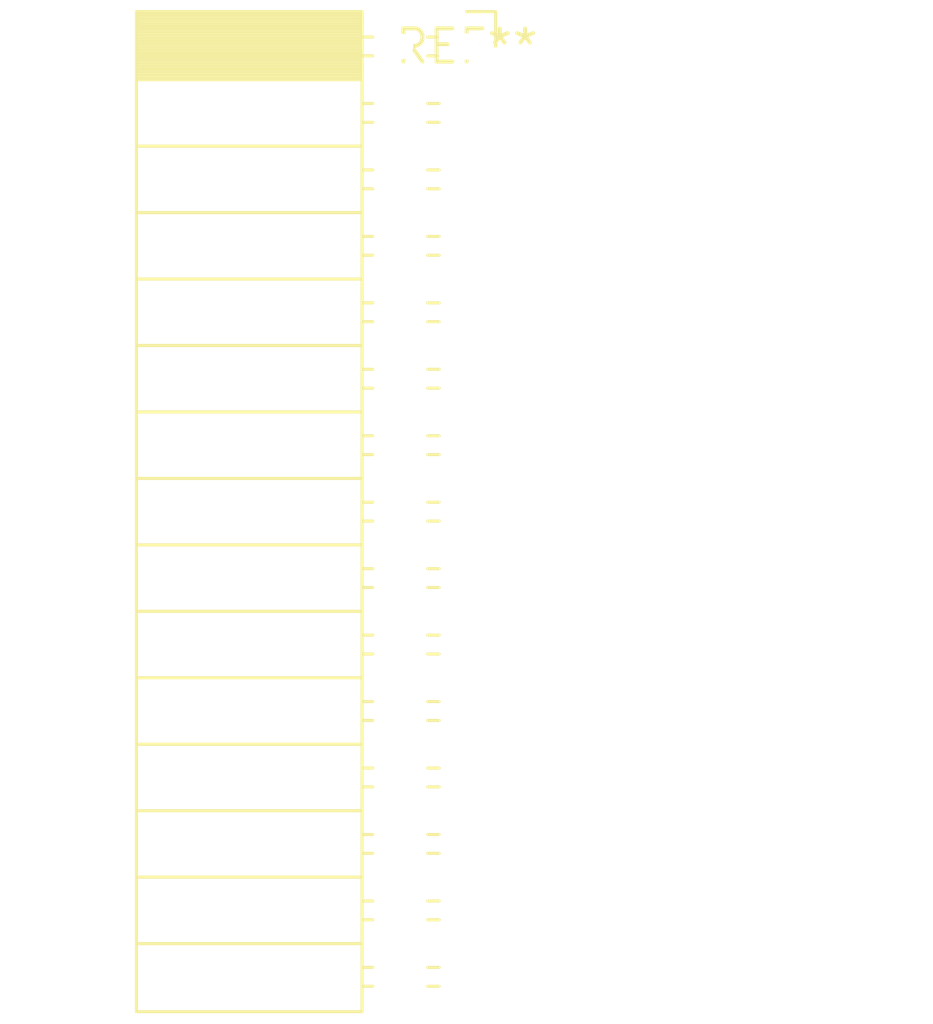
<source format=kicad_pcb>
(kicad_pcb (version 20240108) (generator pcbnew)
  (layers (0 "F.Cu" signal) (31 "B.Cu" signal) (34 "B.Paste" user) (35 "F.Paste" user) (36 "B.SilkS" user "B.Silkscreen") (37 "F.SilkS" user "F.Silkscreen") (38 "B.Mask" user) (39 "F.Mask" user) (44 "Edge.Cuts" user))
  (net 0 "")
  (footprint "PinSocket_2x15_P2.54mm_Horizontal" (layer "F.Cu") (at 0 0)
    (property "Reference" "REF**")
    (property "Value" "PinSocket_2x15_P2.54mm_Horizontal")
    (fp_line (start -12.63 -1.33) (end -12.63 36.89) (layer "F.SilkS") (stroke (width 0.12)))
    (fp_line (start -12.63 -1.33) (end -4 -1.33) (layer "F.SilkS") (stroke (width 0.12)))
    (fp_line (start -12.63 -1.21) (end -4 -1.21) (layer "F.SilkS") (stroke (width 0.12)))
    (fp_line (start -12.63 -1.091905) (end -4 -1.091905) (layer "F.SilkS") (stroke (width 0.12)))
    (fp_line (start -12.63 -0.97381) (end -4 -0.97381) (layer "F.SilkS") (stroke (width 0.12)))
    (fp_line (start -12.63 -0.855715) (end -4 -0.855715) (layer "F.SilkS") (stroke (width 0.12)))
    (fp_line (start -12.63 -0.73762) (end -4 -0.73762) (layer "F.SilkS") (stroke (width 0.12)))
    (fp_line (start -12.63 -0.619525) (end -4 -0.619525) (layer "F.SilkS") (stroke (width 0.12)))
    (fp_line (start -12.63 -0.50143) (end -4 -0.50143) (layer "F.SilkS") (stroke (width 0.12)))
    (fp_line (start -12.63 -0.383335) (end -4 -0.383335) (layer "F.SilkS") (stroke (width 0.12)))
    (fp_line (start -12.63 -0.26524) (end -4 -0.26524) (layer "F.SilkS") (stroke (width 0.12)))
    (fp_line (start -12.63 -0.147145) (end -4 -0.147145) (layer "F.SilkS") (stroke (width 0.12)))
    (fp_line (start -12.63 -0.02905) (end -4 -0.02905) (layer "F.SilkS") (stroke (width 0.12)))
    (fp_line (start -12.63 0.089045) (end -4 0.089045) (layer "F.SilkS") (stroke (width 0.12)))
    (fp_line (start -12.63 0.20714) (end -4 0.20714) (layer "F.SilkS") (stroke (width 0.12)))
    (fp_line (start -12.63 0.325235) (end -4 0.325235) (layer "F.SilkS") (stroke (width 0.12)))
    (fp_line (start -12.63 0.44333) (end -4 0.44333) (layer "F.SilkS") (stroke (width 0.12)))
    (fp_line (start -12.63 0.561425) (end -4 0.561425) (layer "F.SilkS") (stroke (width 0.12)))
    (fp_line (start -12.63 0.67952) (end -4 0.67952) (layer "F.SilkS") (stroke (width 0.12)))
    (fp_line (start -12.63 0.797615) (end -4 0.797615) (layer "F.SilkS") (stroke (width 0.12)))
    (fp_line (start -12.63 0.91571) (end -4 0.91571) (layer "F.SilkS") (stroke (width 0.12)))
    (fp_line (start -12.63 1.033805) (end -4 1.033805) (layer "F.SilkS") (stroke (width 0.12)))
    (fp_line (start -12.63 1.1519) (end -4 1.1519) (layer "F.SilkS") (stroke (width 0.12)))
    (fp_line (start -12.63 1.27) (end -4 1.27) (layer "F.SilkS") (stroke (width 0.12)))
    (fp_line (start -12.63 3.81) (end -4 3.81) (layer "F.SilkS") (stroke (width 0.12)))
    (fp_line (start -12.63 6.35) (end -4 6.35) (layer "F.SilkS") (stroke (width 0.12)))
    (fp_line (start -12.63 8.89) (end -4 8.89) (layer "F.SilkS") (stroke (width 0.12)))
    (fp_line (start -12.63 11.43) (end -4 11.43) (layer "F.SilkS") (stroke (width 0.12)))
    (fp_line (start -12.63 13.97) (end -4 13.97) (layer "F.SilkS") (stroke (width 0.12)))
    (fp_line (start -12.63 16.51) (end -4 16.51) (layer "F.SilkS") (stroke (width 0.12)))
    (fp_line (start -12.63 19.05) (end -4 19.05) (layer "F.SilkS") (stroke (width 0.12)))
    (fp_line (start -12.63 21.59) (end -4 21.59) (layer "F.SilkS") (stroke (width 0.12)))
    (fp_line (start -12.63 24.13) (end -4 24.13) (layer "F.SilkS") (stroke (width 0.12)))
    (fp_line (start -12.63 26.67) (end -4 26.67) (layer "F.SilkS") (stroke (width 0.12)))
    (fp_line (start -12.63 29.21) (end -4 29.21) (layer "F.SilkS") (stroke (width 0.12)))
    (fp_line (start -12.63 31.75) (end -4 31.75) (layer "F.SilkS") (stroke (width 0.12)))
    (fp_line (start -12.63 34.29) (end -4 34.29) (layer "F.SilkS") (stroke (width 0.12)))
    (fp_line (start -12.63 36.89) (end -4 36.89) (layer "F.SilkS") (stroke (width 0.12)))
    (fp_line (start -4 -1.33) (end -4 36.89) (layer "F.SilkS") (stroke (width 0.12)))
    (fp_line (start -4 -0.36) (end -3.59 -0.36) (layer "F.SilkS") (stroke (width 0.12)))
    (fp_line (start -4 0.36) (end -3.59 0.36) (layer "F.SilkS") (stroke (width 0.12)))
    (fp_line (start -4 2.18) (end -3.59 2.18) (layer "F.SilkS") (stroke (width 0.12)))
    (fp_line (start -4 2.9) (end -3.59 2.9) (layer "F.SilkS") (stroke (width 0.12)))
    (fp_line (start -4 4.72) (end -3.59 4.72) (layer "F.SilkS") (stroke (width 0.12)))
    (fp_line (start -4 5.44) (end -3.59 5.44) (layer "F.SilkS") (stroke (width 0.12)))
    (fp_line (start -4 7.26) (end -3.59 7.26) (layer "F.SilkS") (stroke (width 0.12)))
    (fp_line (start -4 7.98) (end -3.59 7.98) (layer "F.SilkS") (stroke (width 0.12)))
    (fp_line (start -4 9.8) (end -3.59 9.8) (layer "F.SilkS") (stroke (width 0.12)))
    (fp_line (start -4 10.52) (end -3.59 10.52) (layer "F.SilkS") (stroke (width 0.12)))
    (fp_line (start -4 12.34) (end -3.59 12.34) (layer "F.SilkS") (stroke (width 0.12)))
    (fp_line (start -4 13.06) (end -3.59 13.06) (layer "F.SilkS") (stroke (width 0.12)))
    (fp_line (start -4 14.88) (end -3.59 14.88) (layer "F.SilkS") (stroke (width 0.12)))
    (fp_line (start -4 15.6) (end -3.59 15.6) (layer "F.SilkS") (stroke (width 0.12)))
    (fp_line (start -4 17.42) (end -3.59 17.42) (layer "F.SilkS") (stroke (width 0.12)))
    (fp_line (start -4 18.14) (end -3.59 18.14) (layer "F.SilkS") (stroke (width 0.12)))
    (fp_line (start -4 19.96) (end -3.59 19.96) (layer "F.SilkS") (stroke (width 0.12)))
    (fp_line (start -4 20.68) (end -3.59 20.68) (layer "F.SilkS") (stroke (width 0.12)))
    (fp_line (start -4 22.5) (end -3.59 22.5) (layer "F.SilkS") (stroke (width 0.12)))
    (fp_line (start -4 23.22) (end -3.59 23.22) (layer "F.SilkS") (stroke (width 0.12)))
    (fp_line (start -4 25.04) (end -3.59 25.04) (layer "F.SilkS") (stroke (width 0.12)))
    (fp_line (start -4 25.76) (end -3.59 25.76) (layer "F.SilkS") (stroke (width 0.12)))
    (fp_line (start -4 27.58) (end -3.59 27.58) (layer "F.SilkS") (stroke (width 0.12)))
    (fp_line (start -4 28.3) (end -3.59 28.3) (layer "F.SilkS") (stroke (width 0.12)))
    (fp_line (start -4 30.12) (end -3.59 30.12) (layer "F.SilkS") (stroke (width 0.12)))
    (fp_line (start -4 30.84) (end -3.59 30.84) (layer "F.SilkS") (stroke (width 0.12)))
    (fp_line (start -4 32.66) (end -3.59 32.66) (layer "F.SilkS") (stroke (width 0.12)))
    (fp_line (start -4 33.38) (end -3.59 33.38) (layer "F.SilkS") (stroke (width 0.12)))
    (fp_line (start -4 35.2) (end -3.59 35.2) (layer "F.SilkS") (stroke (width 0.12)))
    (fp_line (start -4 35.92) (end -3.59 35.92) (layer "F.SilkS") (stroke (width 0.12)))
    (fp_line (start -1.49 -0.36) (end -1.11 -0.36) (layer "F.SilkS") (stroke (width 0.12)))
    (fp_line (start -1.49 0.36) (end -1.11 0.36) (layer "F.SilkS") (stroke (width 0.12)))
    (fp_line (start -1.49 2.18) (end -1.05 2.18) (layer "F.SilkS") (stroke (width 0.12)))
    (fp_line (start -1.49 2.9) (end -1.05 2.9) (layer "F.SilkS") (stroke (width 0.12)))
    (fp_line (start -1.49 4.72) (end -1.05 4.72) (layer "F.SilkS") (stroke (width 0.12)))
    (fp_line (start -1.49 5.44) (end -1.05 5.44) (layer "F.SilkS") (stroke (width 0.12)))
    (fp_line (start -1.49 7.26) (end -1.05 7.26) (layer "F.SilkS") (stroke (width 0.12)))
    (fp_line (start -1.49 7.98) (end -1.05 7.98) (layer "F.SilkS") (stroke (width 0.12)))
    (fp_line (start -1.49 9.8) (end -1.05 9.8) (layer "F.SilkS") (stroke (width 0.12)))
    (fp_line (start -1.49 10.52) (end -1.05 10.52) (layer "F.SilkS") (stroke (width 0.12)))
    (fp_line (start -1.49 12.34) (end -1.05 12.34) (layer "F.SilkS") (stroke (width 0.12)))
    (fp_line (start -1.49 13.06) (end -1.05 13.06) (layer "F.SilkS") (stroke (width 0.12)))
    (fp_line (start -1.49 14.88) (end -1.05 14.88) (layer "F.SilkS") (stroke (width 0.12)))
    (fp_line (start -1.49 15.6) (end -1.05 15.6) (layer "F.SilkS") (stroke (width 0.12)))
    (fp_line (start -1.49 17.42) (end -1.05 17.42) (layer "F.SilkS") (stroke (width 0.12)))
    (fp_line (start -1.49 18.14) (end -1.05 18.14) (layer "F.SilkS") (stroke (width 0.12)))
    (fp_line (start -1.49 19.96) (end -1.05 19.96) (layer "F.SilkS") (stroke (width 0.12)))
    (fp_line (start -1.49 20.68) (end -1.05 20.68) (layer "F.SilkS") (stroke (width 0.12)))
    (fp_line (start -1.49 22.5) (end -1.05 22.5) (layer "F.SilkS") (stroke (width 0.12)))
    (fp_line (start -1.49 23.22) (end -1.05 23.22) (layer "F.SilkS") (stroke (width 0.12)))
    (fp_line (start -1.49 25.04) (end -1.05 25.04) (layer "F.SilkS") (stroke (width 0.12)))
    (fp_line (start -1.49 25.76) (end -1.05 25.76) (layer "F.SilkS") (stroke (width 0.12)))
    (fp_line (start -1.49 27.58) (end -1.05 27.58) (layer "F.SilkS") (stroke (width 0.12)))
    (fp_line (start -1.49 28.3) (end -1.05 28.3) (layer "F.SilkS") (stroke (width 0.12)))
    (fp_line (start -1.49 30.12) (end -1.05 30.12) (layer "F.SilkS") (stroke (width 0.12)))
    (fp_line (start -1.49 30.84) (end -1.05 30.84) (layer "F.SilkS") (stroke (width 0.12)))
    (fp_line (start -1.49 32.66) (end -1.05 32.66) (layer "F.SilkS") (stroke (width 0.12)))
    (fp_line (start -1.49 33.38) (end -1.05 33.38) (layer "F.SilkS") (stroke (width 0.12)))
    (fp_line (start -1.49 35.2) (end -1.05 35.2) (layer "F.SilkS") (stroke (width 0.12)))
    (fp_line (start -1.49 35.92) (end -1.05 35.92) (layer "F.SilkS") (stroke (width 0.12)))
    (fp_line (start 0 -1.33) (end 1.11 -1.33) (layer "F.SilkS") (stroke (width 0.12)))
    (fp_line (start 1.11 -1.33) (end 1.11 0) (layer "F.SilkS") (stroke (width 0.12)))
    (pad "1" thru_hole rect (at 0 0) (size 1.7 1.7) (drill 1) (layers *.Cu *.Mask) (remove_unused_layers))
    (pad "2" thru_hole oval (at -2.54 0) (size 1.7 1.7) (drill 1) (layers *.Cu *.Mask) (remove_unused_layers))
    (pad "3" thru_hole oval (at 0 2.54) (size 1.7 1.7) (drill 1) (layers *.Cu *.Mask) (remove_unused_layers))
    (pad "4" thru_hole oval (at -2.54 2.54) (size 1.7 1.7) (drill 1) (layers *.Cu *.Mask) (remove_unused_layers))
    (pad "5" thru_hole oval (at 0 5.08) (size 1.7 1.7) (drill 1) (layers *.Cu *.Mask) (remove_unused_layers))
    (pad "6" thru_hole oval (at -2.54 5.08) (size 1.7 1.7) (drill 1) (layers *.Cu *.Mask) (remove_unused_layers))
    (pad "7" thru_hole oval (at 0 7.62) (size 1.7 1.7) (drill 1) (layers *.Cu *.Mask) (remove_unused_layers))
    (pad "8" thru_hole oval (at -2.54 7.62) (size 1.7 1.7) (drill 1) (layers *.Cu *.Mask) (remove_unused_layers))
    (pad "9" thru_hole oval (at 0 10.16) (size 1.7 1.7) (drill 1) (layers *.Cu *.Mask) (remove_unused_layers))
    (pad "10" thru_hole oval (at -2.54 10.16) (size 1.7 1.7) (drill 1) (layers *.Cu *.Mask) (remove_unused_layers))
    (pad "11" thru_hole oval (at 0 12.7) (size 1.7 1.7) (drill 1) (layers *.Cu *.Mask) (remove_unused_layers))
    (pad "12" thru_hole oval (at -2.54 12.7) (size 1.7 1.7) (drill 1) (layers *.Cu *.Mask) (remove_unused_layers))
    (pad "13" thru_hole oval (at 0 15.24) (size 1.7 1.7) (drill 1) (layers *.Cu *.Mask) (remove_unused_layers))
    (pad "14" thru_hole oval (at -2.54 15.24) (size 1.7 1.7) (drill 1) (layers *.Cu *.Mask) (remove_unused_layers))
    (pad "15" thru_hole oval (at 0 17.78) (size 1.7 1.7) (drill 1) (layers *.Cu *.Mask) (remove_unused_layers))
    (pad "16" thru_hole oval (at -2.54 17.78) (size 1.7 1.7) (drill 1) (layers *.Cu *.Mask) (remove_unused_layers))
    (pad "17" thru_hole oval (at 0 20.32) (size 1.7 1.7) (drill 1) (layers *.Cu *.Mask) (remove_unused_layers))
    (pad "18" thru_hole oval (at -2.54 20.32) (size 1.7 1.7) (drill 1) (layers *.Cu *.Mask) (remove_unused_layers))
    (pad "19" thru_hole oval (at 0 22.86) (size 1.7 1.7) (drill 1) (layers *.Cu *.Mask) (remove_unused_layers))
    (pad "20" thru_hole oval (at -2.54 22.86) (size 1.7 1.7) (drill 1) (layers *.Cu *.Mask) (remove_unused_layers))
    (pad "21" thru_hole oval (at 0 25.4) (size 1.7 1.7) (drill 1) (layers *.Cu *.Mask) (remove_unused_layers))
    (pad "22" thru_hole oval (at -2.54 25.4) (size 1.7 1.7) (drill 1) (layers *.Cu *.Mask) (remove_unused_layers))
    (pad "23" thru_hole oval (at 0 27.94) (size 1.7 1.7) (drill 1) (layers *.Cu *.Mask) (remove_unused_layers))
    (pad "24" thru_hole oval (at -2.54 27.94) (size 1.7 1.7) (drill 1) (layers *.Cu *.Mask) (remove_unused_layers))
    (pad "25" thru_hole oval (at 0 30.48) (size 1.7 1.7) (drill 1) (layers *.Cu *.Mask) (remove_unused_layers))
    (pad "26" thru_hole oval (at -2.54 30.48) (size 1.7 1.7) (drill 1) (layers *.Cu *.Mask) (remove_unused_layers))
    (pad "27" thru_hole oval (at 0 33.02) (size 1.7 1.7) (drill 1) (layers *.Cu *.Mask) (remove_unused_layers))
    (pad "28" thru_hole oval (at -2.54 33.02) (size 1.7 1.7) (drill 1) (layers *.Cu *.Mask) (remove_unused_layers))
    (pad "29" thru_hole oval (at 0 35.56) (size 1.7 1.7) (drill 1) (layers *.Cu *.Mask) (remove_unused_layers))
    (pad "30" thru_hole oval (at -2.54 35.56) (size 1.7 1.7) (drill 1) (layers *.Cu *.Mask) (remove_unused_layers))
  )
)
</source>
